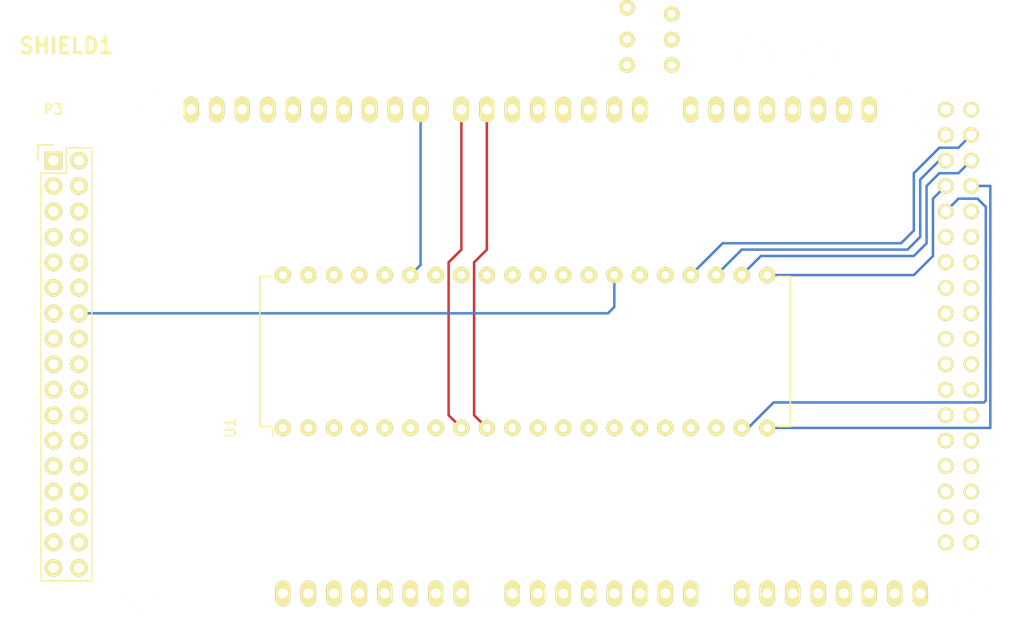
<source format=kicad_pcb>
(kicad_pcb (version 4) (host pcbnew "(after 2015-mar-04 BZR unknown)-product")

  (general
    (links 60)
    (no_connects 50)
    (area 0 0 0 0)
    (thickness 1.6)
    (drawings 0)
    (tracks 51)
    (zones 0)
    (modules 3)
    (nets 96)
  )

  (page A4)
  (layers
    (0 F.Cu signal)
    (31 B.Cu signal)
    (32 B.Adhes user)
    (33 F.Adhes user)
    (34 B.Paste user)
    (35 F.Paste user)
    (36 B.SilkS user)
    (37 F.SilkS user)
    (38 B.Mask user)
    (39 F.Mask user)
    (40 Dwgs.User user)
    (41 Cmts.User user)
    (42 Eco1.User user)
    (43 Eco2.User user)
    (44 Edge.Cuts user)
    (45 Margin user)
    (46 B.CrtYd user)
    (47 F.CrtYd user)
    (48 B.Fab user)
    (49 F.Fab user)
  )

  (setup
    (last_trace_width 0.25)
    (trace_clearance 0.2)
    (zone_clearance 0.508)
    (zone_45_only no)
    (trace_min 0.2)
    (segment_width 0.2)
    (edge_width 0.1)
    (via_size 0.6)
    (via_drill 0.4)
    (via_min_size 0.4)
    (via_min_drill 0.3)
    (uvia_size 0.3)
    (uvia_drill 0.1)
    (uvias_allowed no)
    (uvia_min_size 0.2)
    (uvia_min_drill 0.1)
    (pcb_text_width 0.3)
    (pcb_text_size 1.5 1.5)
    (mod_edge_width 0.15)
    (mod_text_size 1 1)
    (mod_text_width 0.15)
    (pad_size 1.5 1.5)
    (pad_drill 0.6)
    (pad_to_mask_clearance 0)
    (aux_axis_origin 0 0)
    (grid_origin 92.71 125.73)
    (visible_elements 7FFFFFFF)
    (pcbplotparams
      (layerselection 0x00030_80000001)
      (usegerberextensions false)
      (excludeedgelayer true)
      (linewidth 0.100000)
      (plotframeref false)
      (viasonmask false)
      (mode 1)
      (useauxorigin false)
      (hpglpennumber 1)
      (hpglpenspeed 20)
      (hpglpendiameter 15)
      (hpglpenoverlay 2)
      (psnegative false)
      (psa4output false)
      (plotreference true)
      (plotvalue true)
      (plotinvisibletext false)
      (padsonsilk false)
      (subtractmaskfromsilk false)
      (outputformat 1)
      (mirror false)
      (drillshape 1)
      (scaleselection 1)
      (outputdirectory ""))
  )

  (net 0 "")
  (net 1 "Net-(P3-Pad1)")
  (net 2 "Net-(P3-Pad2)")
  (net 3 "Net-(P3-Pad3)")
  (net 4 "Net-(P3-Pad4)")
  (net 5 "Net-(P3-Pad5)")
  (net 6 "Net-(P3-Pad6)")
  (net 7 "Net-(P3-Pad7)")
  (net 8 "Net-(P3-Pad8)")
  (net 9 "Net-(P3-Pad9)")
  (net 10 "Net-(P3-Pad11)")
  (net 11 "Net-(P3-Pad12)")
  (net 12 /D7)
  (net 13 /D0)
  (net 14 /D6)
  (net 15 /D1)
  (net 16 /D5)
  (net 17 /D2)
  (net 18 /D4)
  (net 19 /D3)
  (net 20 "Net-(P3-Pad22)")
  (net 21 "Net-(P3-Pad24)")
  (net 22 "Net-(P3-Pad25)")
  (net 23 "Net-(P3-Pad27)")
  (net 24 "Net-(P3-Pad28)")
  (net 25 "Net-(P3-Pad29)")
  (net 26 "Net-(P3-Pad32)")
  (net 27 //CS)
  (net 28 //RD)
  (net 29 //WR)
  (net 30 /RESET)
  (net 31 /A0)
  (net 32 /A1)
  (net 33 +5V)
  (net 34 GND)
  (net 35 /RESET_SPC)
  (net 36 /PC0)
  (net 37 /PC1)
  (net 38 /PC2)
  (net 39 /PC3)
  (net 40 /PC4)
  (net 41 /PC7)
  (net 42 /PC6)
  (net 43 /PC5)
  (net 44 "Net-(SHIELD1-PadV_IN)")
  (net 45 "Net-(SHIELD1-Pad3V3)")
  (net 46 "Net-(SHIELD1-PadRST)")
  (net 47 "Net-(SHIELD1-Pad0)")
  (net 48 "Net-(SHIELD1-Pad1)")
  (net 49 "Net-(SHIELD1-Pad9)")
  (net 50 "Net-(SHIELD1-Pad10)")
  (net 51 "Net-(SHIELD1-Pad11)")
  (net 52 "Net-(SHIELD1-Pad12)")
  (net 53 "Net-(SHIELD1-Pad13)")
  (net 54 "Net-(SHIELD1-PadGND3)")
  (net 55 "Net-(SHIELD1-PadAREF)")
  (net 56 "Net-(SHIELD1-Pad22)")
  (net 57 "Net-(SHIELD1-Pad23)")
  (net 58 "Net-(SHIELD1-Pad24)")
  (net 59 "Net-(SHIELD1-Pad25)")
  (net 60 "Net-(SHIELD1-Pad26)")
  (net 61 "Net-(SHIELD1-Pad27)")
  (net 62 "Net-(SHIELD1-Pad28)")
  (net 63 "Net-(SHIELD1-Pad29)")
  (net 64 "Net-(SHIELD1-Pad31)")
  (net 65 "Net-(SHIELD1-Pad30)")
  (net 66 "Net-(SHIELD1-Pad32)")
  (net 67 "Net-(SHIELD1-Pad33)")
  (net 68 "Net-(SHIELD1-Pad34)")
  (net 69 "Net-(SHIELD1-Pad35)")
  (net 70 "Net-(SHIELD1-Pad36)")
  (net 71 "Net-(SHIELD1-Pad37)")
  (net 72 "Net-(SHIELD1-Pad38)")
  (net 73 "Net-(SHIELD1-Pad39)")
  (net 74 "Net-(SHIELD1-Pad40)")
  (net 75 "Net-(SHIELD1-Pad41)")
  (net 76 "Net-(SHIELD1-Pad42)")
  (net 77 "Net-(SHIELD1-Pad43)")
  (net 78 "Net-(SHIELD1-Pad44)")
  (net 79 "Net-(SHIELD1-Pad45)")
  (net 80 "Net-(SHIELD1-Pad46)")
  (net 81 "Net-(SHIELD1-Pad47)")
  (net 82 "Net-(SHIELD1-Pad48)")
  (net 83 "Net-(SHIELD1-Pad49)")
  (net 84 "Net-(SHIELD1-Pad50)")
  (net 85 "Net-(SHIELD1-Pad51)")
  (net 86 "Net-(SHIELD1-Pad52)")
  (net 87 "Net-(SHIELD1-Pad53)")
  (net 88 "Net-(SHIELD1-PadAD15)")
  (net 89 "Net-(SHIELD1-PadAD14)")
  (net 90 "Net-(SHIELD1-PadAD13)")
  (net 91 "Net-(SHIELD1-PadAD12)")
  (net 92 "Net-(SHIELD1-PadAD8)")
  (net 93 "Net-(SHIELD1-PadAD9)")
  (net 94 "Net-(SHIELD1-PadAD10)")
  (net 95 "Net-(SHIELD1-PadAD11)")

  (net_class Default "This is the default net class."
    (clearance 0.2)
    (trace_width 0.25)
    (via_dia 0.6)
    (via_drill 0.4)
    (uvia_dia 0.3)
    (uvia_drill 0.1)
    (add_net +5V)
    (add_net //CS)
    (add_net //RD)
    (add_net //WR)
    (add_net /A0)
    (add_net /A1)
    (add_net /D0)
    (add_net /D1)
    (add_net /D2)
    (add_net /D3)
    (add_net /D4)
    (add_net /D5)
    (add_net /D6)
    (add_net /D7)
    (add_net /PC0)
    (add_net /PC1)
    (add_net /PC2)
    (add_net /PC3)
    (add_net /PC4)
    (add_net /PC5)
    (add_net /PC6)
    (add_net /PC7)
    (add_net /RESET)
    (add_net /RESET_SPC)
    (add_net GND)
    (add_net "Net-(P3-Pad1)")
    (add_net "Net-(P3-Pad11)")
    (add_net "Net-(P3-Pad12)")
    (add_net "Net-(P3-Pad2)")
    (add_net "Net-(P3-Pad22)")
    (add_net "Net-(P3-Pad24)")
    (add_net "Net-(P3-Pad25)")
    (add_net "Net-(P3-Pad27)")
    (add_net "Net-(P3-Pad28)")
    (add_net "Net-(P3-Pad29)")
    (add_net "Net-(P3-Pad3)")
    (add_net "Net-(P3-Pad32)")
    (add_net "Net-(P3-Pad4)")
    (add_net "Net-(P3-Pad5)")
    (add_net "Net-(P3-Pad6)")
    (add_net "Net-(P3-Pad7)")
    (add_net "Net-(P3-Pad8)")
    (add_net "Net-(P3-Pad9)")
    (add_net "Net-(SHIELD1-Pad0)")
    (add_net "Net-(SHIELD1-Pad1)")
    (add_net "Net-(SHIELD1-Pad10)")
    (add_net "Net-(SHIELD1-Pad11)")
    (add_net "Net-(SHIELD1-Pad12)")
    (add_net "Net-(SHIELD1-Pad13)")
    (add_net "Net-(SHIELD1-Pad22)")
    (add_net "Net-(SHIELD1-Pad23)")
    (add_net "Net-(SHIELD1-Pad24)")
    (add_net "Net-(SHIELD1-Pad25)")
    (add_net "Net-(SHIELD1-Pad26)")
    (add_net "Net-(SHIELD1-Pad27)")
    (add_net "Net-(SHIELD1-Pad28)")
    (add_net "Net-(SHIELD1-Pad29)")
    (add_net "Net-(SHIELD1-Pad30)")
    (add_net "Net-(SHIELD1-Pad31)")
    (add_net "Net-(SHIELD1-Pad32)")
    (add_net "Net-(SHIELD1-Pad33)")
    (add_net "Net-(SHIELD1-Pad34)")
    (add_net "Net-(SHIELD1-Pad35)")
    (add_net "Net-(SHIELD1-Pad36)")
    (add_net "Net-(SHIELD1-Pad37)")
    (add_net "Net-(SHIELD1-Pad38)")
    (add_net "Net-(SHIELD1-Pad39)")
    (add_net "Net-(SHIELD1-Pad3V3)")
    (add_net "Net-(SHIELD1-Pad40)")
    (add_net "Net-(SHIELD1-Pad41)")
    (add_net "Net-(SHIELD1-Pad42)")
    (add_net "Net-(SHIELD1-Pad43)")
    (add_net "Net-(SHIELD1-Pad44)")
    (add_net "Net-(SHIELD1-Pad45)")
    (add_net "Net-(SHIELD1-Pad46)")
    (add_net "Net-(SHIELD1-Pad47)")
    (add_net "Net-(SHIELD1-Pad48)")
    (add_net "Net-(SHIELD1-Pad49)")
    (add_net "Net-(SHIELD1-Pad50)")
    (add_net "Net-(SHIELD1-Pad51)")
    (add_net "Net-(SHIELD1-Pad52)")
    (add_net "Net-(SHIELD1-Pad53)")
    (add_net "Net-(SHIELD1-Pad9)")
    (add_net "Net-(SHIELD1-PadAD10)")
    (add_net "Net-(SHIELD1-PadAD11)")
    (add_net "Net-(SHIELD1-PadAD12)")
    (add_net "Net-(SHIELD1-PadAD13)")
    (add_net "Net-(SHIELD1-PadAD14)")
    (add_net "Net-(SHIELD1-PadAD15)")
    (add_net "Net-(SHIELD1-PadAD8)")
    (add_net "Net-(SHIELD1-PadAD9)")
    (add_net "Net-(SHIELD1-PadAREF)")
    (add_net "Net-(SHIELD1-PadGND3)")
    (add_net "Net-(SHIELD1-PadRST)")
    (add_net "Net-(SHIELD1-PadV_IN)")
  )

  (module arduino_shields:ARDUINO_MEGA_SHIELD (layer F.Cu) (tedit 558D356F) (tstamp 558D2BDF)
    (at 95.25 92.71)
    (descr http://www.thingiverse.com/thing:9630)
    (path /558D1F99)
    (fp_text reference SHIELD1 (at 6.35 -57.15) (layer F.SilkS)
      (effects (font (thickness 0.3048)))
    )
    (fp_text value ARDUINO_MEGA_SHIELD (at 13.97 -54.61) (layer F.SilkS) hide
      (effects (font (thickness 0.3048)))
    )
    (fp_line (start 0 -12.7) (end 12.065 -12.7) (layer Cmts.User) (width 0.127))
    (fp_line (start 12.065 -12.7) (end 12.065 0) (layer Cmts.User) (width 0.127))
    (fp_line (start 99.06 0) (end 0 0) (layer Cmts.User) (width 0.381))
    (fp_line (start 97.79 -53.34) (end 0 -53.34) (layer Cmts.User) (width 0.381))
    (fp_line (start 99.06 -40.64) (end 99.06 -52.07) (layer Cmts.User) (width 0.381))
    (fp_line (start 99.06 -52.07) (end 97.79 -53.34) (layer Cmts.User) (width 0.381))
    (fp_line (start 0 0) (end 0 -53.34) (layer Cmts.User) (width 0.381))
    (fp_line (start 99.06 -40.64) (end 101.6 -38.1) (layer Cmts.User) (width 0.381))
    (fp_line (start 101.6 -38.1) (end 101.6 -5.08) (layer Cmts.User) (width 0.381))
    (fp_line (start 101.6 -5.08) (end 99.06 -2.54) (layer Cmts.User) (width 0.381))
    (fp_line (start 99.06 -2.54) (end 99.06 0) (layer Cmts.User) (width 0.381))
    (pad 14 thru_hole oval (at 68.58 -50.8 90) (size 2.54 1.524) (drill 1.016) (layers *.Cu *.Mask F.SilkS)
      (net 13 /D0))
    (pad 15 thru_hole oval (at 71.12 -50.8 90) (size 2.54 1.524) (drill 1.016) (layers *.Cu *.Mask F.SilkS)
      (net 15 /D1))
    (pad 16 thru_hole oval (at 73.66 -50.8 90) (size 2.54 1.524) (drill 1.016) (layers *.Cu *.Mask F.SilkS)
      (net 17 /D2))
    (pad 17 thru_hole oval (at 76.2 -50.8 90) (size 2.54 1.524) (drill 1.016) (layers *.Cu *.Mask F.SilkS)
      (net 19 /D3))
    (pad 18 thru_hole oval (at 78.74 -50.8 90) (size 2.54 1.524) (drill 1.016) (layers *.Cu *.Mask F.SilkS)
      (net 18 /D4))
    (pad 19 thru_hole oval (at 81.28 -50.8 90) (size 2.54 1.524) (drill 1.016) (layers *.Cu *.Mask F.SilkS)
      (net 16 /D5))
    (pad 20 thru_hole oval (at 83.82 -50.8 90) (size 2.54 1.524) (drill 1.016) (layers *.Cu *.Mask F.SilkS)
      (net 14 /D6))
    (pad 21 thru_hole oval (at 86.36 -50.8 90) (size 2.54 1.524) (drill 1.016) (layers *.Cu *.Mask F.SilkS)
      (net 12 /D7))
    (pad AD15 thru_hole oval (at 91.44 -2.54 90) (size 2.54 1.524) (drill 1.016) (layers *.Cu *.Mask F.SilkS)
      (net 88 "Net-(SHIELD1-PadAD15)"))
    (pad AD14 thru_hole oval (at 88.9 -2.54 90) (size 2.54 1.524) (drill 1.016) (layers *.Cu *.Mask F.SilkS)
      (net 89 "Net-(SHIELD1-PadAD14)"))
    (pad AD13 thru_hole oval (at 86.36 -2.54 90) (size 2.54 1.524) (drill 1.016) (layers *.Cu *.Mask F.SilkS)
      (net 90 "Net-(SHIELD1-PadAD13)"))
    (pad AD12 thru_hole oval (at 83.82 -2.54 90) (size 2.54 1.524) (drill 1.016) (layers *.Cu *.Mask F.SilkS)
      (net 91 "Net-(SHIELD1-PadAD12)"))
    (pad AD8 thru_hole oval (at 73.66 -2.54 90) (size 2.54 1.524) (drill 1.016) (layers *.Cu *.Mask F.SilkS)
      (net 92 "Net-(SHIELD1-PadAD8)"))
    (pad AD7 thru_hole oval (at 68.58 -2.54 90) (size 2.54 1.524) (drill 1.016) (layers *.Cu *.Mask F.SilkS)
      (net 36 /PC0))
    (pad AD6 thru_hole oval (at 66.04 -2.54 90) (size 2.54 1.524) (drill 1.016) (layers *.Cu *.Mask F.SilkS)
      (net 37 /PC1))
    (pad AD9 thru_hole oval (at 76.2 -2.54 90) (size 2.54 1.524) (drill 1.016) (layers *.Cu *.Mask F.SilkS)
      (net 93 "Net-(SHIELD1-PadAD9)"))
    (pad AD10 thru_hole oval (at 78.74 -2.54 90) (size 2.54 1.524) (drill 1.016) (layers *.Cu *.Mask F.SilkS)
      (net 94 "Net-(SHIELD1-PadAD10)"))
    (pad AD11 thru_hole oval (at 81.28 -2.54 90) (size 2.54 1.524) (drill 1.016) (layers *.Cu *.Mask F.SilkS)
      (net 95 "Net-(SHIELD1-PadAD11)"))
    (pad AD5 thru_hole oval (at 63.5 -2.54 90) (size 2.54 1.524) (drill 1.016) (layers *.Cu *.Mask F.SilkS)
      (net 38 /PC2))
    (pad AD4 thru_hole oval (at 60.96 -2.54 90) (size 2.54 1.524) (drill 1.016) (layers *.Cu *.Mask F.SilkS)
      (net 39 /PC3))
    (pad AD3 thru_hole oval (at 58.42 -2.54 90) (size 2.54 1.524) (drill 1.016) (layers *.Cu *.Mask F.SilkS)
      (net 40 /PC4))
    (pad AD0 thru_hole oval (at 50.8 -2.54 90) (size 2.54 1.524) (drill 1.016) (layers *.Cu *.Mask F.SilkS)
      (net 41 /PC7))
    (pad AD1 thru_hole oval (at 53.34 -2.54 90) (size 2.54 1.524) (drill 1.016) (layers *.Cu *.Mask F.SilkS)
      (net 42 /PC6))
    (pad AD2 thru_hole oval (at 55.88 -2.54 90) (size 2.54 1.524) (drill 1.016) (layers *.Cu *.Mask F.SilkS)
      (net 43 /PC5))
    (pad V_IN thru_hole oval (at 45.72 -2.54 90) (size 2.54 1.524) (drill 1.016) (layers *.Cu *.Mask F.SilkS)
      (net 44 "Net-(SHIELD1-PadV_IN)"))
    (pad GND2 thru_hole oval (at 43.18 -2.54 90) (size 2.54 1.524) (drill 1.016) (layers *.Cu *.Mask F.SilkS)
      (net 34 GND))
    (pad GND1 thru_hole oval (at 40.64 -2.54 90) (size 2.54 1.524) (drill 1.016) (layers *.Cu *.Mask F.SilkS)
      (net 34 GND))
    (pad 3V3 thru_hole oval (at 35.56 -2.54 90) (size 2.54 1.524) (drill 1.016) (layers *.Cu *.Mask F.SilkS)
      (net 45 "Net-(SHIELD1-Pad3V3)"))
    (pad RST thru_hole oval (at 33.02 -2.54 90) (size 2.54 1.524) (drill 1.016) (layers *.Cu *.Mask F.SilkS)
      (net 46 "Net-(SHIELD1-PadRST)"))
    (pad 0 thru_hole oval (at 63.5 -50.8 90) (size 2.54 1.524) (drill 1.016) (layers *.Cu *.Mask F.SilkS)
      (net 47 "Net-(SHIELD1-Pad0)"))
    (pad 1 thru_hole oval (at 60.96 -50.8 90) (size 2.54 1.524) (drill 1.016) (layers *.Cu *.Mask F.SilkS)
      (net 48 "Net-(SHIELD1-Pad1)"))
    (pad 2 thru_hole oval (at 58.42 -50.8 90) (size 2.54 1.524) (drill 1.016) (layers *.Cu *.Mask F.SilkS)
      (net 35 /RESET_SPC))
    (pad 3 thru_hole oval (at 55.88 -50.8 90) (size 2.54 1.524) (drill 1.016) (layers *.Cu *.Mask F.SilkS)
      (net 27 //CS))
    (pad 4 thru_hole oval (at 53.34 -50.8 90) (size 2.54 1.524) (drill 1.016) (layers *.Cu *.Mask F.SilkS)
      (net 28 //RD))
    (pad 5 thru_hole oval (at 50.8 -50.8 90) (size 2.54 1.524) (drill 1.016) (layers *.Cu *.Mask F.SilkS)
      (net 29 //WR))
    (pad 6 thru_hole oval (at 48.26 -50.8 90) (size 2.54 1.524) (drill 1.016) (layers *.Cu *.Mask F.SilkS)
      (net 31 /A0))
    (pad 7 thru_hole oval (at 45.72 -50.8 90) (size 2.54 1.524) (drill 1.016) (layers *.Cu *.Mask F.SilkS)
      (net 32 /A1))
    (pad 8 thru_hole oval (at 41.656 -50.8 90) (size 2.54 1.524) (drill 1.016) (layers *.Cu *.Mask F.SilkS)
      (net 30 /RESET))
    (pad 9 thru_hole oval (at 39.116 -50.8 90) (size 2.54 1.524) (drill 1.016) (layers *.Cu *.Mask F.SilkS)
      (net 49 "Net-(SHIELD1-Pad9)"))
    (pad 10 thru_hole oval (at 36.576 -50.8 90) (size 2.54 1.524) (drill 1.016) (layers *.Cu *.Mask F.SilkS)
      (net 50 "Net-(SHIELD1-Pad10)"))
    (pad 11 thru_hole oval (at 34.036 -50.8 90) (size 2.54 1.524) (drill 1.016) (layers *.Cu *.Mask F.SilkS)
      (net 51 "Net-(SHIELD1-Pad11)"))
    (pad 12 thru_hole oval (at 31.496 -50.8 90) (size 2.54 1.524) (drill 1.016) (layers *.Cu *.Mask F.SilkS)
      (net 52 "Net-(SHIELD1-Pad12)"))
    (pad 13 thru_hole oval (at 28.956 -50.8 90) (size 2.54 1.524) (drill 1.016) (layers *.Cu *.Mask F.SilkS)
      (net 53 "Net-(SHIELD1-Pad13)"))
    (pad GND3 thru_hole oval (at 26.416 -50.8 90) (size 2.54 1.524) (drill 1.016) (layers *.Cu *.Mask F.SilkS)
      (net 54 "Net-(SHIELD1-PadGND3)"))
    (pad AREF thru_hole oval (at 23.876 -50.8 90) (size 2.54 1.524) (drill 1.016) (layers *.Cu *.Mask F.SilkS)
      (net 55 "Net-(SHIELD1-PadAREF)"))
    (pad 5V thru_hole oval (at 38.1 -2.54 90) (size 2.54 1.524) (drill 1.016) (layers *.Cu *.Mask F.SilkS)
      (net 33 +5V))
    (pad "" np_thru_hole circle (at 96.52 -2.54 90) (size 3.175 3.175) (drill 3.175) (layers *.Cu *.Mask F.SilkS))
    (pad "" np_thru_hole circle (at 90.17 -50.8 90) (size 3.175 3.175) (drill 3.175) (layers *.Cu *.Mask F.SilkS))
    (pad "" np_thru_hole circle (at 15.24 -50.8 90) (size 3.175 3.175) (drill 3.175) (layers *.Cu *.Mask F.SilkS))
    (pad "" np_thru_hole circle (at 13.97 -2.54 90) (size 3.175 3.175) (drill 3.175) (layers *.Cu *.Mask F.SilkS))
    (pad 22 thru_hole circle (at 93.98 -48.26) (size 1.524 1.524) (drill 1.016) (layers *.Cu *.Mask F.SilkS)
      (net 56 "Net-(SHIELD1-Pad22)"))
    (pad 23 thru_hole circle (at 96.52 -48.26) (size 1.524 1.524) (drill 1.016) (layers *.Cu *.Mask F.SilkS)
      (net 57 "Net-(SHIELD1-Pad23)"))
    (pad 24 thru_hole circle (at 93.98 -45.72) (size 1.524 1.524) (drill 1.016) (layers *.Cu *.Mask F.SilkS)
      (net 58 "Net-(SHIELD1-Pad24)"))
    (pad 25 thru_hole circle (at 96.52 -45.72) (size 1.524 1.524) (drill 1.016) (layers *.Cu *.Mask F.SilkS)
      (net 59 "Net-(SHIELD1-Pad25)"))
    (pad 26 thru_hole circle (at 93.98 -43.18) (size 1.524 1.524) (drill 1.016) (layers *.Cu *.Mask F.SilkS)
      (net 60 "Net-(SHIELD1-Pad26)"))
    (pad 27 thru_hole circle (at 96.52 -43.18) (size 1.524 1.524) (drill 1.016) (layers *.Cu *.Mask F.SilkS)
      (net 61 "Net-(SHIELD1-Pad27)"))
    (pad 28 thru_hole circle (at 93.98 -40.64) (size 1.524 1.524) (drill 1.016) (layers *.Cu *.Mask F.SilkS)
      (net 62 "Net-(SHIELD1-Pad28)"))
    (pad 29 thru_hole circle (at 96.52 -40.64) (size 1.524 1.524) (drill 1.016) (layers *.Cu *.Mask F.SilkS)
      (net 63 "Net-(SHIELD1-Pad29)"))
    (pad 5V_4 thru_hole circle (at 93.98 -50.8) (size 1.524 1.524) (drill 1.016) (layers *.Cu *.Mask F.SilkS)
      (net 33 +5V))
    (pad 5V_5 thru_hole circle (at 96.52 -50.8) (size 1.524 1.524) (drill 1.016) (layers *.Cu *.Mask F.SilkS)
      (net 33 +5V))
    (pad 31 thru_hole circle (at 96.52 -38.1) (size 1.524 1.524) (drill 1.016) (layers *.Cu *.Mask F.SilkS)
      (net 64 "Net-(SHIELD1-Pad31)"))
    (pad 30 thru_hole circle (at 93.98 -38.1) (size 1.524 1.524) (drill 1.016) (layers *.Cu *.Mask F.SilkS)
      (net 65 "Net-(SHIELD1-Pad30)"))
    (pad 32 thru_hole circle (at 93.98 -35.56) (size 1.524 1.524) (drill 1.016) (layers *.Cu *.Mask F.SilkS)
      (net 66 "Net-(SHIELD1-Pad32)"))
    (pad 33 thru_hole circle (at 96.52 -35.56) (size 1.524 1.524) (drill 1.016) (layers *.Cu *.Mask F.SilkS)
      (net 67 "Net-(SHIELD1-Pad33)"))
    (pad 34 thru_hole circle (at 93.98 -33.02) (size 1.524 1.524) (drill 1.016) (layers *.Cu *.Mask F.SilkS)
      (net 68 "Net-(SHIELD1-Pad34)"))
    (pad 35 thru_hole circle (at 96.52 -33.02) (size 1.524 1.524) (drill 1.016) (layers *.Cu *.Mask F.SilkS)
      (net 69 "Net-(SHIELD1-Pad35)"))
    (pad 36 thru_hole circle (at 93.98 -30.48) (size 1.524 1.524) (drill 1.016) (layers *.Cu *.Mask F.SilkS)
      (net 70 "Net-(SHIELD1-Pad36)"))
    (pad 37 thru_hole circle (at 96.52 -30.48) (size 1.524 1.524) (drill 1.016) (layers *.Cu *.Mask F.SilkS)
      (net 71 "Net-(SHIELD1-Pad37)"))
    (pad 38 thru_hole circle (at 93.98 -27.94) (size 1.524 1.524) (drill 1.016) (layers *.Cu *.Mask F.SilkS)
      (net 72 "Net-(SHIELD1-Pad38)"))
    (pad 39 thru_hole circle (at 96.52 -27.94) (size 1.524 1.524) (drill 1.016) (layers *.Cu *.Mask F.SilkS)
      (net 73 "Net-(SHIELD1-Pad39)"))
    (pad 40 thru_hole circle (at 93.98 -25.4) (size 1.524 1.524) (drill 1.016) (layers *.Cu *.Mask F.SilkS)
      (net 74 "Net-(SHIELD1-Pad40)"))
    (pad 41 thru_hole circle (at 96.52 -25.4) (size 1.524 1.524) (drill 1.016) (layers *.Cu *.Mask F.SilkS)
      (net 75 "Net-(SHIELD1-Pad41)"))
    (pad 42 thru_hole circle (at 93.98 -22.86) (size 1.524 1.524) (drill 1.016) (layers *.Cu *.Mask F.SilkS)
      (net 76 "Net-(SHIELD1-Pad42)"))
    (pad 43 thru_hole circle (at 96.52 -22.86) (size 1.524 1.524) (drill 1.016) (layers *.Cu *.Mask F.SilkS)
      (net 77 "Net-(SHIELD1-Pad43)"))
    (pad 44 thru_hole circle (at 93.98 -20.32) (size 1.524 1.524) (drill 1.016) (layers *.Cu *.Mask F.SilkS)
      (net 78 "Net-(SHIELD1-Pad44)"))
    (pad 45 thru_hole circle (at 96.52 -20.32) (size 1.524 1.524) (drill 1.016) (layers *.Cu *.Mask F.SilkS)
      (net 79 "Net-(SHIELD1-Pad45)"))
    (pad 46 thru_hole circle (at 93.98 -17.78) (size 1.524 1.524) (drill 1.016) (layers *.Cu *.Mask F.SilkS)
      (net 80 "Net-(SHIELD1-Pad46)"))
    (pad 47 thru_hole circle (at 96.52 -17.78) (size 1.524 1.524) (drill 1.016) (layers *.Cu *.Mask F.SilkS)
      (net 81 "Net-(SHIELD1-Pad47)"))
    (pad 48 thru_hole circle (at 93.98 -15.24) (size 1.524 1.524) (drill 1.016) (layers *.Cu *.Mask F.SilkS)
      (net 82 "Net-(SHIELD1-Pad48)"))
    (pad 49 thru_hole circle (at 96.52 -15.24) (size 1.524 1.524) (drill 1.016) (layers *.Cu *.Mask F.SilkS)
      (net 83 "Net-(SHIELD1-Pad49)"))
    (pad 50 thru_hole circle (at 93.98 -12.7) (size 1.524 1.524) (drill 1.016) (layers *.Cu *.Mask F.SilkS)
      (net 84 "Net-(SHIELD1-Pad50)"))
    (pad 51 thru_hole circle (at 96.52 -12.7) (size 1.524 1.524) (drill 1.016) (layers *.Cu *.Mask F.SilkS)
      (net 85 "Net-(SHIELD1-Pad51)"))
    (pad 52 thru_hole circle (at 93.98 -10.16) (size 1.524 1.524) (drill 1.016) (layers *.Cu *.Mask F.SilkS)
      (net 86 "Net-(SHIELD1-Pad52)"))
    (pad 53 thru_hole circle (at 96.52 -10.16) (size 1.524 1.524) (drill 1.016) (layers *.Cu *.Mask F.SilkS)
      (net 87 "Net-(SHIELD1-Pad53)"))
    (pad GND4 thru_hole circle (at 93.98 -7.62) (size 1.524 1.524) (drill 1.016) (layers *.Cu *.Mask F.SilkS)
      (net 34 GND))
    (pad GND5 thru_hole circle (at 96.52 -7.62) (size 1.524 1.524) (drill 1.016) (layers *.Cu *.Mask F.SilkS)
      (net 34 GND))
    (pad SP1 thru_hole circle (at 62.23 -57.785) (size 1.524 1.524) (drill 0.8128) (layers *.Cu *.Mask F.SilkS))
    (pad SP2 thru_hole circle (at 66.675 -57.785) (size 1.524 1.524) (drill 0.8128) (layers *.Cu *.Mask F.SilkS))
    (pad SP3 thru_hole circle (at 62.23 -55.245) (size 1.524 1.524) (drill 0.8128) (layers *.Cu *.Mask F.SilkS))
    (pad SP4 thru_hole circle (at 66.675 -55.245) (size 1.524 1.524) (drill 0.8128) (layers *.Cu *.Mask F.SilkS))
    (pad SP5 thru_hole circle (at 62.23 -60.96) (size 1.524 1.524) (drill 0.8128) (layers *.Cu *.Mask F.SilkS))
    (pad SP6 thru_hole circle (at 66.675 -60.325) (size 1.524 1.524) (drill 0.8128) (layers *.Cu *.Mask F.SilkS))
    (pad "" np_thru_hole circle (at 81.28 -55.88) (size 3.175 3.175) (drill 3.175) (layers *.Cu *.Mask F.SilkS))
    (pad "" np_thru_hole circle (at 74.93 -56.515) (size 3.175 3.175) (drill 3.175) (layers *.Cu *.Mask F.SilkS))
    (pad IO_R thru_hole oval (at 30.48 -2.54 90) (size 2.54 1.524) (drill 1.016) (layers *.Cu *.Mask F.SilkS))
    (pad NC thru_hole oval (at 27.94 -2.54 90) (size 2.54 1.524) (drill 1.016) (layers *.Cu *.Mask F.SilkS))
    (pad SDA thru_hole oval (at 21.336 -50.8 90) (size 2.54 1.524) (drill 1.016) (layers *.Cu *.Mask F.SilkS))
    (pad SCL thru_hole oval (at 18.796 -50.8 90) (size 2.54 1.524) (drill 1.016) (layers *.Cu *.Mask F.SilkS))
    (model packages3d\nick\ArduinoMegaShield.wrl
      (at (xyz 0 0 0))
      (scale (xyz 1 1 1))
      (rotate (xyz 0 0 0))
    )
  )

  (module Pin_Headers:Pin_Header_Straight_2x17 (layer F.Cu) (tedit 0) (tstamp 558D2C11)
    (at 100.33 46.99)
    (descr "Through hole pin header")
    (tags "pin header")
    (path /558CDF99)
    (fp_text reference P3 (at 0 -5.1) (layer F.SilkS)
      (effects (font (size 1 1) (thickness 0.15)))
    )
    (fp_text value SPC1K-EXT (at 0 -3.1) (layer F.Fab)
      (effects (font (size 1 1) (thickness 0.15)))
    )
    (fp_line (start -1.75 -1.75) (end -1.75 42.4) (layer F.CrtYd) (width 0.05))
    (fp_line (start 4.3 -1.75) (end 4.3 42.4) (layer F.CrtYd) (width 0.05))
    (fp_line (start -1.75 -1.75) (end 4.3 -1.75) (layer F.CrtYd) (width 0.05))
    (fp_line (start -1.75 42.4) (end 4.3 42.4) (layer F.CrtYd) (width 0.05))
    (fp_line (start 3.81 41.91) (end 3.81 -1.27) (layer F.SilkS) (width 0.15))
    (fp_line (start -1.27 1.27) (end -1.27 41.91) (layer F.SilkS) (width 0.15))
    (fp_line (start 3.81 41.91) (end -1.27 41.91) (layer F.SilkS) (width 0.15))
    (fp_line (start 3.81 -1.27) (end 1.27 -1.27) (layer F.SilkS) (width 0.15))
    (fp_line (start 0 -1.55) (end -1.55 -1.55) (layer F.SilkS) (width 0.15))
    (fp_line (start 1.27 -1.27) (end 1.27 1.27) (layer F.SilkS) (width 0.15))
    (fp_line (start 1.27 1.27) (end -1.27 1.27) (layer F.SilkS) (width 0.15))
    (fp_line (start -1.55 -1.55) (end -1.55 0) (layer F.SilkS) (width 0.15))
    (pad 1 thru_hole rect (at 0 0) (size 1.7272 1.7272) (drill 1.016) (layers *.Cu *.Mask F.SilkS)
      (net 1 "Net-(P3-Pad1)"))
    (pad 2 thru_hole oval (at 2.54 0) (size 1.7272 1.7272) (drill 1.016) (layers *.Cu *.Mask F.SilkS)
      (net 2 "Net-(P3-Pad2)"))
    (pad 3 thru_hole oval (at 0 2.54) (size 1.7272 1.7272) (drill 1.016) (layers *.Cu *.Mask F.SilkS)
      (net 3 "Net-(P3-Pad3)"))
    (pad 4 thru_hole oval (at 2.54 2.54) (size 1.7272 1.7272) (drill 1.016) (layers *.Cu *.Mask F.SilkS)
      (net 4 "Net-(P3-Pad4)"))
    (pad 5 thru_hole oval (at 0 5.08) (size 1.7272 1.7272) (drill 1.016) (layers *.Cu *.Mask F.SilkS)
      (net 5 "Net-(P3-Pad5)"))
    (pad 6 thru_hole oval (at 2.54 5.08) (size 1.7272 1.7272) (drill 1.016) (layers *.Cu *.Mask F.SilkS)
      (net 6 "Net-(P3-Pad6)"))
    (pad 7 thru_hole oval (at 0 7.62) (size 1.7272 1.7272) (drill 1.016) (layers *.Cu *.Mask F.SilkS)
      (net 7 "Net-(P3-Pad7)"))
    (pad 8 thru_hole oval (at 2.54 7.62) (size 1.7272 1.7272) (drill 1.016) (layers *.Cu *.Mask F.SilkS)
      (net 8 "Net-(P3-Pad8)"))
    (pad 9 thru_hole oval (at 0 10.16) (size 1.7272 1.7272) (drill 1.016) (layers *.Cu *.Mask F.SilkS)
      (net 9 "Net-(P3-Pad9)"))
    (pad 10 thru_hole oval (at 2.54 10.16) (size 1.7272 1.7272) (drill 1.016) (layers *.Cu *.Mask F.SilkS))
    (pad 11 thru_hole oval (at 0 12.7) (size 1.7272 1.7272) (drill 1.016) (layers *.Cu *.Mask F.SilkS)
      (net 10 "Net-(P3-Pad11)"))
    (pad 12 thru_hole oval (at 2.54 12.7) (size 1.7272 1.7272) (drill 1.016) (layers *.Cu *.Mask F.SilkS)
      (net 11 "Net-(P3-Pad12)"))
    (pad 13 thru_hole oval (at 0 15.24) (size 1.7272 1.7272) (drill 1.016) (layers *.Cu *.Mask F.SilkS)
      (net 31 /A0))
    (pad 14 thru_hole oval (at 2.54 15.24) (size 1.7272 1.7272) (drill 1.016) (layers *.Cu *.Mask F.SilkS)
      (net 12 /D7))
    (pad 15 thru_hole oval (at 0 17.78) (size 1.7272 1.7272) (drill 1.016) (layers *.Cu *.Mask F.SilkS)
      (net 13 /D0))
    (pad 16 thru_hole oval (at 2.54 17.78) (size 1.7272 1.7272) (drill 1.016) (layers *.Cu *.Mask F.SilkS)
      (net 14 /D6))
    (pad 17 thru_hole oval (at 0 20.32) (size 1.7272 1.7272) (drill 1.016) (layers *.Cu *.Mask F.SilkS)
      (net 15 /D1))
    (pad 18 thru_hole oval (at 2.54 20.32) (size 1.7272 1.7272) (drill 1.016) (layers *.Cu *.Mask F.SilkS)
      (net 16 /D5))
    (pad 19 thru_hole oval (at 0 22.86) (size 1.7272 1.7272) (drill 1.016) (layers *.Cu *.Mask F.SilkS)
      (net 17 /D2))
    (pad 20 thru_hole oval (at 2.54 22.86) (size 1.7272 1.7272) (drill 1.016) (layers *.Cu *.Mask F.SilkS)
      (net 18 /D4))
    (pad 21 thru_hole oval (at 0 25.4) (size 1.7272 1.7272) (drill 1.016) (layers *.Cu *.Mask F.SilkS)
      (net 19 /D3))
    (pad 22 thru_hole oval (at 2.54 25.4) (size 1.7272 1.7272) (drill 1.016) (layers *.Cu *.Mask F.SilkS)
      (net 20 "Net-(P3-Pad22)"))
    (pad 23 thru_hole oval (at 0 27.94) (size 1.7272 1.7272) (drill 1.016) (layers *.Cu *.Mask F.SilkS)
      (net 35 /RESET_SPC))
    (pad 24 thru_hole oval (at 2.54 27.94) (size 1.7272 1.7272) (drill 1.016) (layers *.Cu *.Mask F.SilkS)
      (net 21 "Net-(P3-Pad24)"))
    (pad 25 thru_hole oval (at 0 30.48) (size 1.7272 1.7272) (drill 1.016) (layers *.Cu *.Mask F.SilkS)
      (net 22 "Net-(P3-Pad25)"))
    (pad 26 thru_hole oval (at 2.54 30.48) (size 1.7272 1.7272) (drill 1.016) (layers *.Cu *.Mask F.SilkS)
      (net 27 //CS))
    (pad 27 thru_hole oval (at 0 33.02) (size 1.7272 1.7272) (drill 1.016) (layers *.Cu *.Mask F.SilkS)
      (net 23 "Net-(P3-Pad27)"))
    (pad 28 thru_hole oval (at 2.54 33.02) (size 1.7272 1.7272) (drill 1.016) (layers *.Cu *.Mask F.SilkS)
      (net 24 "Net-(P3-Pad28)"))
    (pad 29 thru_hole oval (at 0 35.56) (size 1.7272 1.7272) (drill 1.016) (layers *.Cu *.Mask F.SilkS)
      (net 25 "Net-(P3-Pad29)"))
    (pad 30 thru_hole oval (at 2.54 35.56) (size 1.7272 1.7272) (drill 1.016) (layers *.Cu *.Mask F.SilkS)
      (net 28 //RD))
    (pad 31 thru_hole oval (at 0 38.1) (size 1.7272 1.7272) (drill 1.016) (layers *.Cu *.Mask F.SilkS)
      (net 29 //WR))
    (pad 32 thru_hole oval (at 2.54 38.1) (size 1.7272 1.7272) (drill 1.016) (layers *.Cu *.Mask F.SilkS)
      (net 26 "Net-(P3-Pad32)"))
    (pad 33 thru_hole oval (at 0 40.64) (size 1.7272 1.7272) (drill 1.016) (layers *.Cu *.Mask F.SilkS)
      (net 33 +5V))
    (pad 34 thru_hole oval (at 2.54 40.64) (size 1.7272 1.7272) (drill 1.016) (layers *.Cu *.Mask F.SilkS)
      (net 34 GND))
    (model Pin_Headers.3dshapes/Pin_Header_Straight_2x17.wrl
      (at (xyz 0.05 -0.8 0))
      (scale (xyz 1 1 1))
      (rotate (xyz 0 0 90))
    )
  )

  (module Housings_DIP:DIP-40_W15.24mm (layer F.Cu) (tedit 54130A77) (tstamp 558D2C48)
    (at 123.19 73.66 90)
    (descr "40-lead dip package, row spacing 15.24 mm (600 mils)")
    (tags "dil dip 2.54 600")
    (path /558CD0AD)
    (fp_text reference U1 (at 0 -5.22 90) (layer F.SilkS)
      (effects (font (size 1 1) (thickness 0.15)))
    )
    (fp_text value 8255 (at 0 -3.72 90) (layer F.Fab)
      (effects (font (size 1 1) (thickness 0.15)))
    )
    (fp_line (start -1.05 -2.45) (end -1.05 50.75) (layer F.CrtYd) (width 0.05))
    (fp_line (start 16.3 -2.45) (end 16.3 50.75) (layer F.CrtYd) (width 0.05))
    (fp_line (start -1.05 -2.45) (end 16.3 -2.45) (layer F.CrtYd) (width 0.05))
    (fp_line (start -1.05 50.75) (end 16.3 50.75) (layer F.CrtYd) (width 0.05))
    (fp_line (start 0.135 -2.295) (end 0.135 -1.025) (layer F.SilkS) (width 0.15))
    (fp_line (start 15.105 -2.295) (end 15.105 -1.025) (layer F.SilkS) (width 0.15))
    (fp_line (start 15.105 50.555) (end 15.105 49.285) (layer F.SilkS) (width 0.15))
    (fp_line (start 0.135 50.555) (end 0.135 49.285) (layer F.SilkS) (width 0.15))
    (fp_line (start 0.135 -2.295) (end 15.105 -2.295) (layer F.SilkS) (width 0.15))
    (fp_line (start 0.135 50.555) (end 15.105 50.555) (layer F.SilkS) (width 0.15))
    (fp_line (start 0.135 -1.025) (end -0.8 -1.025) (layer F.SilkS) (width 0.15))
    (pad 1 thru_hole oval (at 0 0 90) (size 1.6 1.6) (drill 0.8) (layers *.Cu *.Mask F.SilkS)
      (net 68 "Net-(SHIELD1-Pad34)"))
    (pad 2 thru_hole oval (at 0 2.54 90) (size 1.6 1.6) (drill 0.8) (layers *.Cu *.Mask F.SilkS)
      (net 69 "Net-(SHIELD1-Pad35)"))
    (pad 3 thru_hole oval (at 0 5.08 90) (size 1.6 1.6) (drill 0.8) (layers *.Cu *.Mask F.SilkS)
      (net 70 "Net-(SHIELD1-Pad36)"))
    (pad 4 thru_hole oval (at 0 7.62 90) (size 1.6 1.6) (drill 0.8) (layers *.Cu *.Mask F.SilkS)
      (net 71 "Net-(SHIELD1-Pad37)"))
    (pad 5 thru_hole oval (at 0 10.16 90) (size 1.6 1.6) (drill 0.8) (layers *.Cu *.Mask F.SilkS)
      (net 28 //RD))
    (pad 6 thru_hole oval (at 0 12.7 90) (size 1.6 1.6) (drill 0.8) (layers *.Cu *.Mask F.SilkS)
      (net 27 //CS))
    (pad 7 thru_hole oval (at 0 15.24 90) (size 1.6 1.6) (drill 0.8) (layers *.Cu *.Mask F.SilkS)
      (net 34 GND))
    (pad 8 thru_hole oval (at 0 17.78 90) (size 1.6 1.6) (drill 0.8) (layers *.Cu *.Mask F.SilkS)
      (net 32 /A1))
    (pad 9 thru_hole oval (at 0 20.32 90) (size 1.6 1.6) (drill 0.8) (layers *.Cu *.Mask F.SilkS)
      (net 31 /A0))
    (pad 10 thru_hole oval (at 0 22.86 90) (size 1.6 1.6) (drill 0.8) (layers *.Cu *.Mask F.SilkS)
      (net 41 /PC7))
    (pad 11 thru_hole oval (at 0 25.4 90) (size 1.6 1.6) (drill 0.8) (layers *.Cu *.Mask F.SilkS)
      (net 42 /PC6))
    (pad 12 thru_hole oval (at 0 27.94 90) (size 1.6 1.6) (drill 0.8) (layers *.Cu *.Mask F.SilkS)
      (net 43 /PC5))
    (pad 13 thru_hole oval (at 0 30.48 90) (size 1.6 1.6) (drill 0.8) (layers *.Cu *.Mask F.SilkS)
      (net 40 /PC4))
    (pad 14 thru_hole oval (at 0 33.02 90) (size 1.6 1.6) (drill 0.8) (layers *.Cu *.Mask F.SilkS)
      (net 39 /PC3))
    (pad 15 thru_hole oval (at 0 35.56 90) (size 1.6 1.6) (drill 0.8) (layers *.Cu *.Mask F.SilkS)
      (net 38 /PC2))
    (pad 16 thru_hole oval (at 0 38.1 90) (size 1.6 1.6) (drill 0.8) (layers *.Cu *.Mask F.SilkS)
      (net 37 /PC1))
    (pad 17 thru_hole oval (at 0 40.64 90) (size 1.6 1.6) (drill 0.8) (layers *.Cu *.Mask F.SilkS)
      (net 36 /PC0))
    (pad 18 thru_hole oval (at 0 43.18 90) (size 1.6 1.6) (drill 0.8) (layers *.Cu *.Mask F.SilkS)
      (net 63 "Net-(SHIELD1-Pad29)"))
    (pad 19 thru_hole oval (at 0 45.72 90) (size 1.6 1.6) (drill 0.8) (layers *.Cu *.Mask F.SilkS)
      (net 62 "Net-(SHIELD1-Pad28)"))
    (pad 20 thru_hole oval (at 0 48.26 90) (size 1.6 1.6) (drill 0.8) (layers *.Cu *.Mask F.SilkS)
      (net 61 "Net-(SHIELD1-Pad27)"))
    (pad 21 thru_hole oval (at 15.24 48.26 90) (size 1.6 1.6) (drill 0.8) (layers *.Cu *.Mask F.SilkS)
      (net 60 "Net-(SHIELD1-Pad26)"))
    (pad 22 thru_hole oval (at 15.24 45.72 90) (size 1.6 1.6) (drill 0.8) (layers *.Cu *.Mask F.SilkS)
      (net 59 "Net-(SHIELD1-Pad25)"))
    (pad 23 thru_hole oval (at 15.24 43.18 90) (size 1.6 1.6) (drill 0.8) (layers *.Cu *.Mask F.SilkS)
      (net 58 "Net-(SHIELD1-Pad24)"))
    (pad 24 thru_hole oval (at 15.24 40.64 90) (size 1.6 1.6) (drill 0.8) (layers *.Cu *.Mask F.SilkS)
      (net 57 "Net-(SHIELD1-Pad23)"))
    (pad 25 thru_hole oval (at 15.24 38.1 90) (size 1.6 1.6) (drill 0.8) (layers *.Cu *.Mask F.SilkS)
      (net 56 "Net-(SHIELD1-Pad22)"))
    (pad 26 thru_hole oval (at 15.24 35.56 90) (size 1.6 1.6) (drill 0.8) (layers *.Cu *.Mask F.SilkS)
      (net 33 +5V))
    (pad 27 thru_hole oval (at 15.24 33.02 90) (size 1.6 1.6) (drill 0.8) (layers *.Cu *.Mask F.SilkS)
      (net 12 /D7))
    (pad 28 thru_hole oval (at 15.24 30.48 90) (size 1.6 1.6) (drill 0.8) (layers *.Cu *.Mask F.SilkS)
      (net 14 /D6))
    (pad 29 thru_hole oval (at 15.24 27.94 90) (size 1.6 1.6) (drill 0.8) (layers *.Cu *.Mask F.SilkS)
      (net 16 /D5))
    (pad 30 thru_hole oval (at 15.24 25.4 90) (size 1.6 1.6) (drill 0.8) (layers *.Cu *.Mask F.SilkS)
      (net 18 /D4))
    (pad 31 thru_hole oval (at 15.24 22.86 90) (size 1.6 1.6) (drill 0.8) (layers *.Cu *.Mask F.SilkS)
      (net 19 /D3))
    (pad 32 thru_hole oval (at 15.24 20.32 90) (size 1.6 1.6) (drill 0.8) (layers *.Cu *.Mask F.SilkS)
      (net 17 /D2))
    (pad 33 thru_hole oval (at 15.24 17.78 90) (size 1.6 1.6) (drill 0.8) (layers *.Cu *.Mask F.SilkS)
      (net 15 /D1))
    (pad 34 thru_hole oval (at 15.24 15.24 90) (size 1.6 1.6) (drill 0.8) (layers *.Cu *.Mask F.SilkS)
      (net 13 /D0))
    (pad 35 thru_hole oval (at 15.24 12.7 90) (size 1.6 1.6) (drill 0.8) (layers *.Cu *.Mask F.SilkS)
      (net 30 /RESET))
    (pad 36 thru_hole oval (at 15.24 10.16 90) (size 1.6 1.6) (drill 0.8) (layers *.Cu *.Mask F.SilkS)
      (net 29 //WR))
    (pad 37 thru_hole oval (at 15.24 7.62 90) (size 1.6 1.6) (drill 0.8) (layers *.Cu *.Mask F.SilkS)
      (net 65 "Net-(SHIELD1-Pad30)"))
    (pad 38 thru_hole oval (at 15.24 5.08 90) (size 1.6 1.6) (drill 0.8) (layers *.Cu *.Mask F.SilkS)
      (net 64 "Net-(SHIELD1-Pad31)"))
    (pad 39 thru_hole oval (at 15.24 2.54 90) (size 1.6 1.6) (drill 0.8) (layers *.Cu *.Mask F.SilkS)
      (net 66 "Net-(SHIELD1-Pad32)"))
    (pad 40 thru_hole oval (at 15.24 0 90) (size 1.6 1.6) (drill 0.8) (layers *.Cu *.Mask F.SilkS)
      (net 67 "Net-(SHIELD1-Pad33)"))
    (model Housings_DIP.3dshapes/DIP-40_W15.24mm.wrl
      (at (xyz 0 0 0))
      (scale (xyz 1 1 1))
      (rotate (xyz 0 0 0))
    )
  )

  (segment (start 155.575 62.23) (end 156.21 61.595) (width 0.25) (layer B.Cu) (net 12) (tstamp 558D386D))
  (segment (start 156.21 61.595) (end 156.21 58.42) (width 0.25) (layer B.Cu) (net 12) (tstamp 558D386E))
  (segment (start 102.87 62.23) (end 155.575 62.23) (width 0.25) (layer B.Cu) (net 12))
  (segment (start 136.906 57.404) (end 135.89 58.42) (width 0.25) (layer B.Cu) (net 30) (tstamp 558D3825))
  (segment (start 136.906 41.91) (end 136.906 57.404) (width 0.25) (layer B.Cu) (net 30))
  (segment (start 143.51 55.88) (end 142.24 57.15) (width 0.25) (layer F.Cu) (net 31) (tstamp 558D3835))
  (segment (start 142.24 57.15) (end 142.24 72.39) (width 0.25) (layer F.Cu) (net 31) (tstamp 558D3836))
  (segment (start 142.24 72.39) (end 143.51 73.66) (width 0.25) (layer F.Cu) (net 31) (tstamp 558D3837))
  (segment (start 143.51 41.91) (end 143.51 55.88) (width 0.25) (layer F.Cu) (net 31))
  (segment (start 140.97 55.88) (end 139.7 57.15) (width 0.25) (layer F.Cu) (net 32) (tstamp 558D382B))
  (segment (start 139.7 57.15) (end 139.7 72.39) (width 0.25) (layer F.Cu) (net 32) (tstamp 558D382D))
  (segment (start 139.7 72.39) (end 140.97 73.66) (width 0.25) (layer F.Cu) (net 32) (tstamp 558D382F))
  (segment (start 140.97 41.91) (end 140.97 55.88) (width 0.25) (layer F.Cu) (net 32))
  (segment (start 167.005 55.245) (end 184.785 55.245) (width 0.25) (layer B.Cu) (net 57) (tstamp 558D388C))
  (segment (start 184.785 55.245) (end 186.055 53.975) (width 0.25) (layer B.Cu) (net 57) (tstamp 558D388D))
  (segment (start 186.055 48.895) (end 186.055 48.26) (width 0.25) (layer B.Cu) (net 57) (tstamp 558D38A2))
  (segment (start 186.055 49.53) (end 186.055 48.895) (width 0.25) (layer B.Cu) (net 57) (tstamp 558D389F))
  (segment (start 186.055 53.975) (end 186.055 49.53) (width 0.25) (layer B.Cu) (net 57) (tstamp 558D388E))
  (segment (start 186.055 48.26) (end 188.595 45.72) (width 0.25) (layer B.Cu) (net 57) (tstamp 558D388F))
  (segment (start 188.595 45.72) (end 190.5 45.72) (width 0.25) (layer B.Cu) (net 57) (tstamp 558D3890))
  (segment (start 190.5 45.72) (end 191.77 44.45) (width 0.25) (layer B.Cu) (net 57) (tstamp 558D3891))
  (segment (start 163.83 58.42) (end 167.005 55.245) (width 0.25) (layer B.Cu) (net 57))
  (segment (start 188.595 46.99) (end 189.23 46.99) (width 0.25) (layer B.Cu) (net 58) (tstamp 558D3889))
  (segment (start 168.91 55.88) (end 185.42 55.88) (width 0.25) (layer B.Cu) (net 58) (tstamp 558D3885))
  (segment (start 185.42 55.88) (end 186.69 54.61) (width 0.25) (layer B.Cu) (net 58) (tstamp 558D3886))
  (segment (start 186.69 54.61) (end 186.69 48.895) (width 0.25) (layer B.Cu) (net 58) (tstamp 558D3887))
  (segment (start 186.69 48.895) (end 188.595 46.99) (width 0.25) (layer B.Cu) (net 58) (tstamp 558D3888))
  (segment (start 166.37 58.42) (end 168.91 55.88) (width 0.25) (layer B.Cu) (net 58))
  (segment (start 170.815 56.515) (end 186.055 56.515) (width 0.25) (layer B.Cu) (net 59) (tstamp 558D3879))
  (segment (start 186.055 56.515) (end 187.325 55.245) (width 0.25) (layer B.Cu) (net 59) (tstamp 558D387A))
  (segment (start 187.325 55.245) (end 187.325 49.53) (width 0.25) (layer B.Cu) (net 59) (tstamp 558D387B))
  (segment (start 187.325 49.53) (end 188.595 48.26) (width 0.25) (layer B.Cu) (net 59) (tstamp 558D387D))
  (segment (start 188.595 48.26) (end 190.5 48.26) (width 0.25) (layer B.Cu) (net 59) (tstamp 558D387F))
  (segment (start 190.5 48.26) (end 191.77 46.99) (width 0.25) (layer B.Cu) (net 59) (tstamp 558D3881))
  (segment (start 168.91 58.42) (end 170.815 56.515) (width 0.25) (layer B.Cu) (net 59))
  (segment (start 186.055 58.42) (end 187.96 56.515) (width 0.25) (layer B.Cu) (net 60) (tstamp 558D3871))
  (segment (start 187.96 56.515) (end 187.96 50.8) (width 0.25) (layer B.Cu) (net 60) (tstamp 558D3873))
  (segment (start 187.96 50.8) (end 189.23 49.53) (width 0.25) (layer B.Cu) (net 60) (tstamp 558D3875))
  (segment (start 171.45 58.42) (end 186.055 58.42) (width 0.25) (layer B.Cu) (net 60))
  (segment (start 186.055 73.66) (end 193.675 73.66) (width 0.25) (layer B.Cu) (net 61) (tstamp 558D3857))
  (segment (start 193.675 73.66) (end 193.675 49.53) (width 0.25) (layer B.Cu) (net 61) (tstamp 558D3858))
  (segment (start 193.675 49.53) (end 191.77 49.53) (width 0.25) (layer B.Cu) (net 61) (tstamp 558D3859))
  (segment (start 171.45 73.66) (end 186.055 73.66) (width 0.25) (layer B.Cu) (net 61))
  (segment (start 190.5 50.8) (end 189.23 52.07) (width 0.25) (layer B.Cu) (net 62) (tstamp 558D3863))
  (segment (start 192.405 50.8) (end 190.5 50.8) (width 0.25) (layer B.Cu) (net 62) (tstamp 558D3862))
  (segment (start 193.224998 51.619998) (end 192.405 50.8) (width 0.25) (layer B.Cu) (net 62) (tstamp 558D3861))
  (segment (start 193.224998 70.935002) (end 193.224998 51.619998) (width 0.25) (layer B.Cu) (net 62) (tstamp 558D3860))
  (segment (start 193.04 71.12) (end 193.224998 70.935002) (width 0.25) (layer B.Cu) (net 62) (tstamp 558D385F))
  (segment (start 172.085 71.12) (end 193.04 71.12) (width 0.25) (layer B.Cu) (net 62) (tstamp 558D385D))
  (segment (start 169.545 73.66) (end 172.085 71.12) (width 0.25) (layer B.Cu) (net 62) (tstamp 558D385C))
  (segment (start 168.91 73.66) (end 169.545 73.66) (width 0.25) (layer B.Cu) (net 62))

)

</source>
